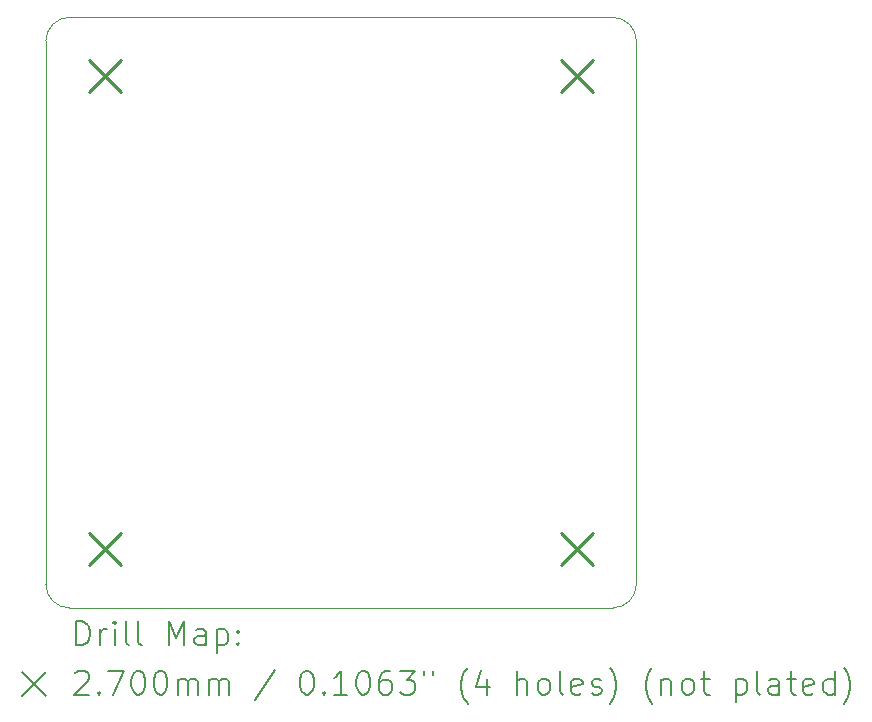
<source format=gbr>
%TF.GenerationSoftware,KiCad,Pcbnew,8.0.6*%
%TF.CreationDate,2024-12-20T03:38:10-05:00*%
%TF.ProjectId,MAX5719_breakout,4d415835-3731-4395-9f62-7265616b6f75,rev?*%
%TF.SameCoordinates,Original*%
%TF.FileFunction,Drillmap*%
%TF.FilePolarity,Positive*%
%FSLAX45Y45*%
G04 Gerber Fmt 4.5, Leading zero omitted, Abs format (unit mm)*
G04 Created by KiCad (PCBNEW 8.0.6) date 2024-12-20 03:38:10*
%MOMM*%
%LPD*%
G01*
G04 APERTURE LIST*
%ADD10C,0.050000*%
%ADD11C,0.200000*%
%ADD12C,0.270000*%
G04 APERTURE END LIST*
D10*
X18375000Y-13400000D02*
G75*
G02*
X18175000Y-13600000I-200000J0D01*
G01*
X13375000Y-8800000D02*
G75*
G02*
X13575000Y-8600000I200000J0D01*
G01*
X18375000Y-13400000D02*
X18375000Y-8800000D01*
X18175000Y-8600000D02*
G75*
G02*
X18375000Y-8800000I0J-200000D01*
G01*
X13575000Y-13600000D02*
X18175000Y-13600000D01*
X13575000Y-8600000D02*
X18175000Y-8600000D01*
X13375000Y-13400000D02*
X13375000Y-8800000D01*
X13575000Y-13600000D02*
G75*
G02*
X13375000Y-13400000I0J200000D01*
G01*
D11*
D12*
X13740000Y-8965000D02*
X14010000Y-9235000D01*
X14010000Y-8965000D02*
X13740000Y-9235000D01*
X13740000Y-12965000D02*
X14010000Y-13235000D01*
X14010000Y-12965000D02*
X13740000Y-13235000D01*
X17740000Y-8965000D02*
X18010000Y-9235000D01*
X18010000Y-8965000D02*
X17740000Y-9235000D01*
X17740000Y-12965000D02*
X18010000Y-13235000D01*
X18010000Y-12965000D02*
X17740000Y-13235000D01*
D11*
X13633277Y-13913984D02*
X13633277Y-13713984D01*
X13633277Y-13713984D02*
X13680896Y-13713984D01*
X13680896Y-13713984D02*
X13709467Y-13723508D01*
X13709467Y-13723508D02*
X13728515Y-13742555D01*
X13728515Y-13742555D02*
X13738039Y-13761603D01*
X13738039Y-13761603D02*
X13747562Y-13799698D01*
X13747562Y-13799698D02*
X13747562Y-13828269D01*
X13747562Y-13828269D02*
X13738039Y-13866365D01*
X13738039Y-13866365D02*
X13728515Y-13885412D01*
X13728515Y-13885412D02*
X13709467Y-13904460D01*
X13709467Y-13904460D02*
X13680896Y-13913984D01*
X13680896Y-13913984D02*
X13633277Y-13913984D01*
X13833277Y-13913984D02*
X13833277Y-13780650D01*
X13833277Y-13818746D02*
X13842801Y-13799698D01*
X13842801Y-13799698D02*
X13852324Y-13790174D01*
X13852324Y-13790174D02*
X13871372Y-13780650D01*
X13871372Y-13780650D02*
X13890420Y-13780650D01*
X13957086Y-13913984D02*
X13957086Y-13780650D01*
X13957086Y-13713984D02*
X13947562Y-13723508D01*
X13947562Y-13723508D02*
X13957086Y-13733031D01*
X13957086Y-13733031D02*
X13966610Y-13723508D01*
X13966610Y-13723508D02*
X13957086Y-13713984D01*
X13957086Y-13713984D02*
X13957086Y-13733031D01*
X14080896Y-13913984D02*
X14061848Y-13904460D01*
X14061848Y-13904460D02*
X14052324Y-13885412D01*
X14052324Y-13885412D02*
X14052324Y-13713984D01*
X14185658Y-13913984D02*
X14166610Y-13904460D01*
X14166610Y-13904460D02*
X14157086Y-13885412D01*
X14157086Y-13885412D02*
X14157086Y-13713984D01*
X14414229Y-13913984D02*
X14414229Y-13713984D01*
X14414229Y-13713984D02*
X14480896Y-13856841D01*
X14480896Y-13856841D02*
X14547562Y-13713984D01*
X14547562Y-13713984D02*
X14547562Y-13913984D01*
X14728515Y-13913984D02*
X14728515Y-13809222D01*
X14728515Y-13809222D02*
X14718991Y-13790174D01*
X14718991Y-13790174D02*
X14699943Y-13780650D01*
X14699943Y-13780650D02*
X14661848Y-13780650D01*
X14661848Y-13780650D02*
X14642801Y-13790174D01*
X14728515Y-13904460D02*
X14709467Y-13913984D01*
X14709467Y-13913984D02*
X14661848Y-13913984D01*
X14661848Y-13913984D02*
X14642801Y-13904460D01*
X14642801Y-13904460D02*
X14633277Y-13885412D01*
X14633277Y-13885412D02*
X14633277Y-13866365D01*
X14633277Y-13866365D02*
X14642801Y-13847317D01*
X14642801Y-13847317D02*
X14661848Y-13837793D01*
X14661848Y-13837793D02*
X14709467Y-13837793D01*
X14709467Y-13837793D02*
X14728515Y-13828269D01*
X14823753Y-13780650D02*
X14823753Y-13980650D01*
X14823753Y-13790174D02*
X14842801Y-13780650D01*
X14842801Y-13780650D02*
X14880896Y-13780650D01*
X14880896Y-13780650D02*
X14899943Y-13790174D01*
X14899943Y-13790174D02*
X14909467Y-13799698D01*
X14909467Y-13799698D02*
X14918991Y-13818746D01*
X14918991Y-13818746D02*
X14918991Y-13875888D01*
X14918991Y-13875888D02*
X14909467Y-13894936D01*
X14909467Y-13894936D02*
X14899943Y-13904460D01*
X14899943Y-13904460D02*
X14880896Y-13913984D01*
X14880896Y-13913984D02*
X14842801Y-13913984D01*
X14842801Y-13913984D02*
X14823753Y-13904460D01*
X15004705Y-13894936D02*
X15014229Y-13904460D01*
X15014229Y-13904460D02*
X15004705Y-13913984D01*
X15004705Y-13913984D02*
X14995182Y-13904460D01*
X14995182Y-13904460D02*
X15004705Y-13894936D01*
X15004705Y-13894936D02*
X15004705Y-13913984D01*
X15004705Y-13790174D02*
X15014229Y-13799698D01*
X15014229Y-13799698D02*
X15004705Y-13809222D01*
X15004705Y-13809222D02*
X14995182Y-13799698D01*
X14995182Y-13799698D02*
X15004705Y-13790174D01*
X15004705Y-13790174D02*
X15004705Y-13809222D01*
X13172500Y-14142500D02*
X13372500Y-14342500D01*
X13372500Y-14142500D02*
X13172500Y-14342500D01*
X13623753Y-14153031D02*
X13633277Y-14143508D01*
X13633277Y-14143508D02*
X13652324Y-14133984D01*
X13652324Y-14133984D02*
X13699943Y-14133984D01*
X13699943Y-14133984D02*
X13718991Y-14143508D01*
X13718991Y-14143508D02*
X13728515Y-14153031D01*
X13728515Y-14153031D02*
X13738039Y-14172079D01*
X13738039Y-14172079D02*
X13738039Y-14191127D01*
X13738039Y-14191127D02*
X13728515Y-14219698D01*
X13728515Y-14219698D02*
X13614229Y-14333984D01*
X13614229Y-14333984D02*
X13738039Y-14333984D01*
X13823753Y-14314936D02*
X13833277Y-14324460D01*
X13833277Y-14324460D02*
X13823753Y-14333984D01*
X13823753Y-14333984D02*
X13814229Y-14324460D01*
X13814229Y-14324460D02*
X13823753Y-14314936D01*
X13823753Y-14314936D02*
X13823753Y-14333984D01*
X13899943Y-14133984D02*
X14033277Y-14133984D01*
X14033277Y-14133984D02*
X13947562Y-14333984D01*
X14147562Y-14133984D02*
X14166610Y-14133984D01*
X14166610Y-14133984D02*
X14185658Y-14143508D01*
X14185658Y-14143508D02*
X14195182Y-14153031D01*
X14195182Y-14153031D02*
X14204705Y-14172079D01*
X14204705Y-14172079D02*
X14214229Y-14210174D01*
X14214229Y-14210174D02*
X14214229Y-14257793D01*
X14214229Y-14257793D02*
X14204705Y-14295888D01*
X14204705Y-14295888D02*
X14195182Y-14314936D01*
X14195182Y-14314936D02*
X14185658Y-14324460D01*
X14185658Y-14324460D02*
X14166610Y-14333984D01*
X14166610Y-14333984D02*
X14147562Y-14333984D01*
X14147562Y-14333984D02*
X14128515Y-14324460D01*
X14128515Y-14324460D02*
X14118991Y-14314936D01*
X14118991Y-14314936D02*
X14109467Y-14295888D01*
X14109467Y-14295888D02*
X14099943Y-14257793D01*
X14099943Y-14257793D02*
X14099943Y-14210174D01*
X14099943Y-14210174D02*
X14109467Y-14172079D01*
X14109467Y-14172079D02*
X14118991Y-14153031D01*
X14118991Y-14153031D02*
X14128515Y-14143508D01*
X14128515Y-14143508D02*
X14147562Y-14133984D01*
X14338039Y-14133984D02*
X14357086Y-14133984D01*
X14357086Y-14133984D02*
X14376134Y-14143508D01*
X14376134Y-14143508D02*
X14385658Y-14153031D01*
X14385658Y-14153031D02*
X14395182Y-14172079D01*
X14395182Y-14172079D02*
X14404705Y-14210174D01*
X14404705Y-14210174D02*
X14404705Y-14257793D01*
X14404705Y-14257793D02*
X14395182Y-14295888D01*
X14395182Y-14295888D02*
X14385658Y-14314936D01*
X14385658Y-14314936D02*
X14376134Y-14324460D01*
X14376134Y-14324460D02*
X14357086Y-14333984D01*
X14357086Y-14333984D02*
X14338039Y-14333984D01*
X14338039Y-14333984D02*
X14318991Y-14324460D01*
X14318991Y-14324460D02*
X14309467Y-14314936D01*
X14309467Y-14314936D02*
X14299943Y-14295888D01*
X14299943Y-14295888D02*
X14290420Y-14257793D01*
X14290420Y-14257793D02*
X14290420Y-14210174D01*
X14290420Y-14210174D02*
X14299943Y-14172079D01*
X14299943Y-14172079D02*
X14309467Y-14153031D01*
X14309467Y-14153031D02*
X14318991Y-14143508D01*
X14318991Y-14143508D02*
X14338039Y-14133984D01*
X14490420Y-14333984D02*
X14490420Y-14200650D01*
X14490420Y-14219698D02*
X14499943Y-14210174D01*
X14499943Y-14210174D02*
X14518991Y-14200650D01*
X14518991Y-14200650D02*
X14547563Y-14200650D01*
X14547563Y-14200650D02*
X14566610Y-14210174D01*
X14566610Y-14210174D02*
X14576134Y-14229222D01*
X14576134Y-14229222D02*
X14576134Y-14333984D01*
X14576134Y-14229222D02*
X14585658Y-14210174D01*
X14585658Y-14210174D02*
X14604705Y-14200650D01*
X14604705Y-14200650D02*
X14633277Y-14200650D01*
X14633277Y-14200650D02*
X14652324Y-14210174D01*
X14652324Y-14210174D02*
X14661848Y-14229222D01*
X14661848Y-14229222D02*
X14661848Y-14333984D01*
X14757086Y-14333984D02*
X14757086Y-14200650D01*
X14757086Y-14219698D02*
X14766610Y-14210174D01*
X14766610Y-14210174D02*
X14785658Y-14200650D01*
X14785658Y-14200650D02*
X14814229Y-14200650D01*
X14814229Y-14200650D02*
X14833277Y-14210174D01*
X14833277Y-14210174D02*
X14842801Y-14229222D01*
X14842801Y-14229222D02*
X14842801Y-14333984D01*
X14842801Y-14229222D02*
X14852324Y-14210174D01*
X14852324Y-14210174D02*
X14871372Y-14200650D01*
X14871372Y-14200650D02*
X14899943Y-14200650D01*
X14899943Y-14200650D02*
X14918991Y-14210174D01*
X14918991Y-14210174D02*
X14928515Y-14229222D01*
X14928515Y-14229222D02*
X14928515Y-14333984D01*
X15318991Y-14124460D02*
X15147563Y-14381603D01*
X15576134Y-14133984D02*
X15595182Y-14133984D01*
X15595182Y-14133984D02*
X15614229Y-14143508D01*
X15614229Y-14143508D02*
X15623753Y-14153031D01*
X15623753Y-14153031D02*
X15633277Y-14172079D01*
X15633277Y-14172079D02*
X15642801Y-14210174D01*
X15642801Y-14210174D02*
X15642801Y-14257793D01*
X15642801Y-14257793D02*
X15633277Y-14295888D01*
X15633277Y-14295888D02*
X15623753Y-14314936D01*
X15623753Y-14314936D02*
X15614229Y-14324460D01*
X15614229Y-14324460D02*
X15595182Y-14333984D01*
X15595182Y-14333984D02*
X15576134Y-14333984D01*
X15576134Y-14333984D02*
X15557086Y-14324460D01*
X15557086Y-14324460D02*
X15547563Y-14314936D01*
X15547563Y-14314936D02*
X15538039Y-14295888D01*
X15538039Y-14295888D02*
X15528515Y-14257793D01*
X15528515Y-14257793D02*
X15528515Y-14210174D01*
X15528515Y-14210174D02*
X15538039Y-14172079D01*
X15538039Y-14172079D02*
X15547563Y-14153031D01*
X15547563Y-14153031D02*
X15557086Y-14143508D01*
X15557086Y-14143508D02*
X15576134Y-14133984D01*
X15728515Y-14314936D02*
X15738039Y-14324460D01*
X15738039Y-14324460D02*
X15728515Y-14333984D01*
X15728515Y-14333984D02*
X15718991Y-14324460D01*
X15718991Y-14324460D02*
X15728515Y-14314936D01*
X15728515Y-14314936D02*
X15728515Y-14333984D01*
X15928515Y-14333984D02*
X15814229Y-14333984D01*
X15871372Y-14333984D02*
X15871372Y-14133984D01*
X15871372Y-14133984D02*
X15852325Y-14162555D01*
X15852325Y-14162555D02*
X15833277Y-14181603D01*
X15833277Y-14181603D02*
X15814229Y-14191127D01*
X16052325Y-14133984D02*
X16071372Y-14133984D01*
X16071372Y-14133984D02*
X16090420Y-14143508D01*
X16090420Y-14143508D02*
X16099944Y-14153031D01*
X16099944Y-14153031D02*
X16109467Y-14172079D01*
X16109467Y-14172079D02*
X16118991Y-14210174D01*
X16118991Y-14210174D02*
X16118991Y-14257793D01*
X16118991Y-14257793D02*
X16109467Y-14295888D01*
X16109467Y-14295888D02*
X16099944Y-14314936D01*
X16099944Y-14314936D02*
X16090420Y-14324460D01*
X16090420Y-14324460D02*
X16071372Y-14333984D01*
X16071372Y-14333984D02*
X16052325Y-14333984D01*
X16052325Y-14333984D02*
X16033277Y-14324460D01*
X16033277Y-14324460D02*
X16023753Y-14314936D01*
X16023753Y-14314936D02*
X16014229Y-14295888D01*
X16014229Y-14295888D02*
X16004706Y-14257793D01*
X16004706Y-14257793D02*
X16004706Y-14210174D01*
X16004706Y-14210174D02*
X16014229Y-14172079D01*
X16014229Y-14172079D02*
X16023753Y-14153031D01*
X16023753Y-14153031D02*
X16033277Y-14143508D01*
X16033277Y-14143508D02*
X16052325Y-14133984D01*
X16290420Y-14133984D02*
X16252325Y-14133984D01*
X16252325Y-14133984D02*
X16233277Y-14143508D01*
X16233277Y-14143508D02*
X16223753Y-14153031D01*
X16223753Y-14153031D02*
X16204706Y-14181603D01*
X16204706Y-14181603D02*
X16195182Y-14219698D01*
X16195182Y-14219698D02*
X16195182Y-14295888D01*
X16195182Y-14295888D02*
X16204706Y-14314936D01*
X16204706Y-14314936D02*
X16214229Y-14324460D01*
X16214229Y-14324460D02*
X16233277Y-14333984D01*
X16233277Y-14333984D02*
X16271372Y-14333984D01*
X16271372Y-14333984D02*
X16290420Y-14324460D01*
X16290420Y-14324460D02*
X16299944Y-14314936D01*
X16299944Y-14314936D02*
X16309467Y-14295888D01*
X16309467Y-14295888D02*
X16309467Y-14248269D01*
X16309467Y-14248269D02*
X16299944Y-14229222D01*
X16299944Y-14229222D02*
X16290420Y-14219698D01*
X16290420Y-14219698D02*
X16271372Y-14210174D01*
X16271372Y-14210174D02*
X16233277Y-14210174D01*
X16233277Y-14210174D02*
X16214229Y-14219698D01*
X16214229Y-14219698D02*
X16204706Y-14229222D01*
X16204706Y-14229222D02*
X16195182Y-14248269D01*
X16376134Y-14133984D02*
X16499944Y-14133984D01*
X16499944Y-14133984D02*
X16433277Y-14210174D01*
X16433277Y-14210174D02*
X16461848Y-14210174D01*
X16461848Y-14210174D02*
X16480896Y-14219698D01*
X16480896Y-14219698D02*
X16490420Y-14229222D01*
X16490420Y-14229222D02*
X16499944Y-14248269D01*
X16499944Y-14248269D02*
X16499944Y-14295888D01*
X16499944Y-14295888D02*
X16490420Y-14314936D01*
X16490420Y-14314936D02*
X16480896Y-14324460D01*
X16480896Y-14324460D02*
X16461848Y-14333984D01*
X16461848Y-14333984D02*
X16404706Y-14333984D01*
X16404706Y-14333984D02*
X16385658Y-14324460D01*
X16385658Y-14324460D02*
X16376134Y-14314936D01*
X16576134Y-14133984D02*
X16576134Y-14172079D01*
X16652325Y-14133984D02*
X16652325Y-14172079D01*
X16947563Y-14410174D02*
X16938039Y-14400650D01*
X16938039Y-14400650D02*
X16918991Y-14372079D01*
X16918991Y-14372079D02*
X16909468Y-14353031D01*
X16909468Y-14353031D02*
X16899944Y-14324460D01*
X16899944Y-14324460D02*
X16890420Y-14276841D01*
X16890420Y-14276841D02*
X16890420Y-14238746D01*
X16890420Y-14238746D02*
X16899944Y-14191127D01*
X16899944Y-14191127D02*
X16909468Y-14162555D01*
X16909468Y-14162555D02*
X16918991Y-14143508D01*
X16918991Y-14143508D02*
X16938039Y-14114936D01*
X16938039Y-14114936D02*
X16947563Y-14105412D01*
X17109468Y-14200650D02*
X17109468Y-14333984D01*
X17061849Y-14124460D02*
X17014230Y-14267317D01*
X17014230Y-14267317D02*
X17138039Y-14267317D01*
X17366611Y-14333984D02*
X17366611Y-14133984D01*
X17452325Y-14333984D02*
X17452325Y-14229222D01*
X17452325Y-14229222D02*
X17442801Y-14210174D01*
X17442801Y-14210174D02*
X17423753Y-14200650D01*
X17423753Y-14200650D02*
X17395182Y-14200650D01*
X17395182Y-14200650D02*
X17376134Y-14210174D01*
X17376134Y-14210174D02*
X17366611Y-14219698D01*
X17576134Y-14333984D02*
X17557087Y-14324460D01*
X17557087Y-14324460D02*
X17547563Y-14314936D01*
X17547563Y-14314936D02*
X17538039Y-14295888D01*
X17538039Y-14295888D02*
X17538039Y-14238746D01*
X17538039Y-14238746D02*
X17547563Y-14219698D01*
X17547563Y-14219698D02*
X17557087Y-14210174D01*
X17557087Y-14210174D02*
X17576134Y-14200650D01*
X17576134Y-14200650D02*
X17604706Y-14200650D01*
X17604706Y-14200650D02*
X17623753Y-14210174D01*
X17623753Y-14210174D02*
X17633277Y-14219698D01*
X17633277Y-14219698D02*
X17642801Y-14238746D01*
X17642801Y-14238746D02*
X17642801Y-14295888D01*
X17642801Y-14295888D02*
X17633277Y-14314936D01*
X17633277Y-14314936D02*
X17623753Y-14324460D01*
X17623753Y-14324460D02*
X17604706Y-14333984D01*
X17604706Y-14333984D02*
X17576134Y-14333984D01*
X17757087Y-14333984D02*
X17738039Y-14324460D01*
X17738039Y-14324460D02*
X17728515Y-14305412D01*
X17728515Y-14305412D02*
X17728515Y-14133984D01*
X17909468Y-14324460D02*
X17890420Y-14333984D01*
X17890420Y-14333984D02*
X17852325Y-14333984D01*
X17852325Y-14333984D02*
X17833277Y-14324460D01*
X17833277Y-14324460D02*
X17823753Y-14305412D01*
X17823753Y-14305412D02*
X17823753Y-14229222D01*
X17823753Y-14229222D02*
X17833277Y-14210174D01*
X17833277Y-14210174D02*
X17852325Y-14200650D01*
X17852325Y-14200650D02*
X17890420Y-14200650D01*
X17890420Y-14200650D02*
X17909468Y-14210174D01*
X17909468Y-14210174D02*
X17918992Y-14229222D01*
X17918992Y-14229222D02*
X17918992Y-14248269D01*
X17918992Y-14248269D02*
X17823753Y-14267317D01*
X17995182Y-14324460D02*
X18014230Y-14333984D01*
X18014230Y-14333984D02*
X18052325Y-14333984D01*
X18052325Y-14333984D02*
X18071373Y-14324460D01*
X18071373Y-14324460D02*
X18080896Y-14305412D01*
X18080896Y-14305412D02*
X18080896Y-14295888D01*
X18080896Y-14295888D02*
X18071373Y-14276841D01*
X18071373Y-14276841D02*
X18052325Y-14267317D01*
X18052325Y-14267317D02*
X18023753Y-14267317D01*
X18023753Y-14267317D02*
X18004706Y-14257793D01*
X18004706Y-14257793D02*
X17995182Y-14238746D01*
X17995182Y-14238746D02*
X17995182Y-14229222D01*
X17995182Y-14229222D02*
X18004706Y-14210174D01*
X18004706Y-14210174D02*
X18023753Y-14200650D01*
X18023753Y-14200650D02*
X18052325Y-14200650D01*
X18052325Y-14200650D02*
X18071373Y-14210174D01*
X18147563Y-14410174D02*
X18157087Y-14400650D01*
X18157087Y-14400650D02*
X18176134Y-14372079D01*
X18176134Y-14372079D02*
X18185658Y-14353031D01*
X18185658Y-14353031D02*
X18195182Y-14324460D01*
X18195182Y-14324460D02*
X18204706Y-14276841D01*
X18204706Y-14276841D02*
X18204706Y-14238746D01*
X18204706Y-14238746D02*
X18195182Y-14191127D01*
X18195182Y-14191127D02*
X18185658Y-14162555D01*
X18185658Y-14162555D02*
X18176134Y-14143508D01*
X18176134Y-14143508D02*
X18157087Y-14114936D01*
X18157087Y-14114936D02*
X18147563Y-14105412D01*
X18509468Y-14410174D02*
X18499944Y-14400650D01*
X18499944Y-14400650D02*
X18480896Y-14372079D01*
X18480896Y-14372079D02*
X18471373Y-14353031D01*
X18471373Y-14353031D02*
X18461849Y-14324460D01*
X18461849Y-14324460D02*
X18452325Y-14276841D01*
X18452325Y-14276841D02*
X18452325Y-14238746D01*
X18452325Y-14238746D02*
X18461849Y-14191127D01*
X18461849Y-14191127D02*
X18471373Y-14162555D01*
X18471373Y-14162555D02*
X18480896Y-14143508D01*
X18480896Y-14143508D02*
X18499944Y-14114936D01*
X18499944Y-14114936D02*
X18509468Y-14105412D01*
X18585658Y-14200650D02*
X18585658Y-14333984D01*
X18585658Y-14219698D02*
X18595182Y-14210174D01*
X18595182Y-14210174D02*
X18614230Y-14200650D01*
X18614230Y-14200650D02*
X18642801Y-14200650D01*
X18642801Y-14200650D02*
X18661849Y-14210174D01*
X18661849Y-14210174D02*
X18671373Y-14229222D01*
X18671373Y-14229222D02*
X18671373Y-14333984D01*
X18795182Y-14333984D02*
X18776134Y-14324460D01*
X18776134Y-14324460D02*
X18766611Y-14314936D01*
X18766611Y-14314936D02*
X18757087Y-14295888D01*
X18757087Y-14295888D02*
X18757087Y-14238746D01*
X18757087Y-14238746D02*
X18766611Y-14219698D01*
X18766611Y-14219698D02*
X18776134Y-14210174D01*
X18776134Y-14210174D02*
X18795182Y-14200650D01*
X18795182Y-14200650D02*
X18823754Y-14200650D01*
X18823754Y-14200650D02*
X18842801Y-14210174D01*
X18842801Y-14210174D02*
X18852325Y-14219698D01*
X18852325Y-14219698D02*
X18861849Y-14238746D01*
X18861849Y-14238746D02*
X18861849Y-14295888D01*
X18861849Y-14295888D02*
X18852325Y-14314936D01*
X18852325Y-14314936D02*
X18842801Y-14324460D01*
X18842801Y-14324460D02*
X18823754Y-14333984D01*
X18823754Y-14333984D02*
X18795182Y-14333984D01*
X18918992Y-14200650D02*
X18995182Y-14200650D01*
X18947563Y-14133984D02*
X18947563Y-14305412D01*
X18947563Y-14305412D02*
X18957087Y-14324460D01*
X18957087Y-14324460D02*
X18976134Y-14333984D01*
X18976134Y-14333984D02*
X18995182Y-14333984D01*
X19214230Y-14200650D02*
X19214230Y-14400650D01*
X19214230Y-14210174D02*
X19233277Y-14200650D01*
X19233277Y-14200650D02*
X19271373Y-14200650D01*
X19271373Y-14200650D02*
X19290420Y-14210174D01*
X19290420Y-14210174D02*
X19299944Y-14219698D01*
X19299944Y-14219698D02*
X19309468Y-14238746D01*
X19309468Y-14238746D02*
X19309468Y-14295888D01*
X19309468Y-14295888D02*
X19299944Y-14314936D01*
X19299944Y-14314936D02*
X19290420Y-14324460D01*
X19290420Y-14324460D02*
X19271373Y-14333984D01*
X19271373Y-14333984D02*
X19233277Y-14333984D01*
X19233277Y-14333984D02*
X19214230Y-14324460D01*
X19423754Y-14333984D02*
X19404706Y-14324460D01*
X19404706Y-14324460D02*
X19395182Y-14305412D01*
X19395182Y-14305412D02*
X19395182Y-14133984D01*
X19585658Y-14333984D02*
X19585658Y-14229222D01*
X19585658Y-14229222D02*
X19576135Y-14210174D01*
X19576135Y-14210174D02*
X19557087Y-14200650D01*
X19557087Y-14200650D02*
X19518992Y-14200650D01*
X19518992Y-14200650D02*
X19499944Y-14210174D01*
X19585658Y-14324460D02*
X19566611Y-14333984D01*
X19566611Y-14333984D02*
X19518992Y-14333984D01*
X19518992Y-14333984D02*
X19499944Y-14324460D01*
X19499944Y-14324460D02*
X19490420Y-14305412D01*
X19490420Y-14305412D02*
X19490420Y-14286365D01*
X19490420Y-14286365D02*
X19499944Y-14267317D01*
X19499944Y-14267317D02*
X19518992Y-14257793D01*
X19518992Y-14257793D02*
X19566611Y-14257793D01*
X19566611Y-14257793D02*
X19585658Y-14248269D01*
X19652325Y-14200650D02*
X19728515Y-14200650D01*
X19680896Y-14133984D02*
X19680896Y-14305412D01*
X19680896Y-14305412D02*
X19690420Y-14324460D01*
X19690420Y-14324460D02*
X19709468Y-14333984D01*
X19709468Y-14333984D02*
X19728515Y-14333984D01*
X19871373Y-14324460D02*
X19852325Y-14333984D01*
X19852325Y-14333984D02*
X19814230Y-14333984D01*
X19814230Y-14333984D02*
X19795182Y-14324460D01*
X19795182Y-14324460D02*
X19785658Y-14305412D01*
X19785658Y-14305412D02*
X19785658Y-14229222D01*
X19785658Y-14229222D02*
X19795182Y-14210174D01*
X19795182Y-14210174D02*
X19814230Y-14200650D01*
X19814230Y-14200650D02*
X19852325Y-14200650D01*
X19852325Y-14200650D02*
X19871373Y-14210174D01*
X19871373Y-14210174D02*
X19880896Y-14229222D01*
X19880896Y-14229222D02*
X19880896Y-14248269D01*
X19880896Y-14248269D02*
X19785658Y-14267317D01*
X20052325Y-14333984D02*
X20052325Y-14133984D01*
X20052325Y-14324460D02*
X20033277Y-14333984D01*
X20033277Y-14333984D02*
X19995182Y-14333984D01*
X19995182Y-14333984D02*
X19976135Y-14324460D01*
X19976135Y-14324460D02*
X19966611Y-14314936D01*
X19966611Y-14314936D02*
X19957087Y-14295888D01*
X19957087Y-14295888D02*
X19957087Y-14238746D01*
X19957087Y-14238746D02*
X19966611Y-14219698D01*
X19966611Y-14219698D02*
X19976135Y-14210174D01*
X19976135Y-14210174D02*
X19995182Y-14200650D01*
X19995182Y-14200650D02*
X20033277Y-14200650D01*
X20033277Y-14200650D02*
X20052325Y-14210174D01*
X20128516Y-14410174D02*
X20138039Y-14400650D01*
X20138039Y-14400650D02*
X20157087Y-14372079D01*
X20157087Y-14372079D02*
X20166611Y-14353031D01*
X20166611Y-14353031D02*
X20176135Y-14324460D01*
X20176135Y-14324460D02*
X20185658Y-14276841D01*
X20185658Y-14276841D02*
X20185658Y-14238746D01*
X20185658Y-14238746D02*
X20176135Y-14191127D01*
X20176135Y-14191127D02*
X20166611Y-14162555D01*
X20166611Y-14162555D02*
X20157087Y-14143508D01*
X20157087Y-14143508D02*
X20138039Y-14114936D01*
X20138039Y-14114936D02*
X20128516Y-14105412D01*
M02*

</source>
